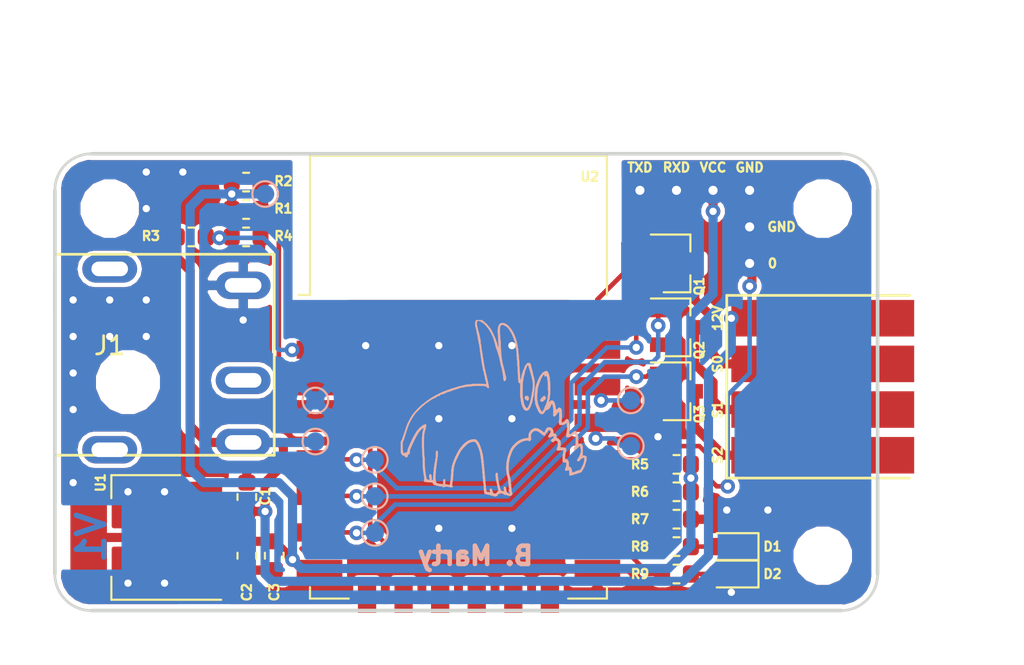
<source format=kicad_pcb>
(kicad_pcb (version 20171130) (host pcbnew 5.1.10)
  (layers (0 F.Cu signal) (31 B.Cu signal) (34 B.Paste user hide) (35 F.Paste user hide) (36 B.SilkS user) (37 F.SilkS user) (38 B.Mask user hide) (39 F.Mask user hide) (44 Edge.Cuts user))
  (net 0 "")
  (net 1 +12V)
  (net 2 GND)
  (net 3 "Net-(J2-Pad1)")
  (net 4 "Net-(J2-Pad2)")
  (net 5 +3V3)
  (net 6 SINK2)
  (net 7 SINK1)
  (net 8 SINK0)
  (net 9 PWM0)
  (net 10 "Net-(R1-Pad2)")
  (net 11 "Net-(R2-Pad2)")
  (net 12 PWM2)
  (net 13 PWM1)
  (net 14 "Net-(U2-Pad9)")
  (net 15 "Net-(U2-Pad10)")
  (net 16 "Net-(U2-Pad11)")
  (net 17 "Net-(U2-Pad12)")
  (net 18 "Net-(U2-Pad13)")
  (net 19 "Net-(U2-Pad14)")
  (net 20 ADC)
  (net 21 "Net-(J4-Pad1)")
  (net 22 "Net-(R6-Pad2)")
  (net 23 "Net-(R7-Pad2)")
  (net 24 "Net-(R9-Pad2)")
  (net 25 "Net-(D1-Pad2)")
  (net 26 "Net-(D2-Pad2)")
  (net 27 "Net-(TP1-Pad1)")
  (net 28 "Net-(TP2-Pad1)")
  (net 29 "Net-(H1-Pad1)")
  (net 30 "Net-(H2-Pad1)")
  (net 31 "Net-(H3-Pad1)")
  (module RF_Module:ESP-12E (layer F.Cu) (at 117.075001 71.225001)
    (fp_text reference U2 (at 7.174999 -10.975001) (layer F.SilkS) (effects (font (size 0.5 0.5) (thickness 0.125))))
    (fp_text value ESP-12E)
    (pad 1 smd rect (at -7.6 -3.5) (size 2.5 1) (layers F.Cu F.Paste F.Mask) (net 11 "Net-(R2-Pad2)"))
    (pad 2 smd rect (at -7.6 -1.5) (size 2.5 1) (layers F.Cu F.Paste F.Mask) (net 20 ADC))
    (pad 3 smd rect (at -7.6 0.5) (size 2.5 1) (layers F.Cu F.Paste F.Mask) (net 10 "Net-(R1-Pad2)"))
    (pad 4 smd rect (at -7.6 2.5) (size 2.5 1) (layers F.Cu F.Paste F.Mask) (net 24 "Net-(R9-Pad2)"))
    (pad 5 smd rect (at -7.6 4.5) (size 2.5 1) (layers F.Cu F.Paste F.Mask) (net 9 PWM0))
    (pad 6 smd rect (at -7.6 6.5) (size 2.5 1) (layers F.Cu F.Paste F.Mask) (net 13 PWM1))
    (pad 7 smd rect (at -7.6 8.5) (size 2.5 1) (layers F.Cu F.Paste F.Mask) (net 12 PWM2))
    (pad 8 smd rect (at -7.6 10.5) (size 2.5 1) (layers F.Cu F.Paste F.Mask) (net 5 +3V3))
    (pad 9 smd rect (at -5 12) (size 1 1.8) (layers F.Cu F.Paste F.Mask) (net 14 "Net-(U2-Pad9)"))
    (pad 10 smd rect (at -3 12) (size 1 1.8) (layers F.Cu F.Paste F.Mask) (net 15 "Net-(U2-Pad10)"))
    (pad 11 smd rect (at -1 12) (size 1 1.8) (layers F.Cu F.Paste F.Mask) (net 16 "Net-(U2-Pad11)"))
    (pad 12 smd rect (at 1 12) (size 1 1.8) (layers F.Cu F.Paste F.Mask) (net 17 "Net-(U2-Pad12)"))
    (pad 13 smd rect (at 3 12) (size 1 1.8) (layers F.Cu F.Paste F.Mask) (net 18 "Net-(U2-Pad13)"))
    (pad 14 smd rect (at 5 12) (size 1 1.8) (layers F.Cu F.Paste F.Mask) (net 19 "Net-(U2-Pad14)"))
    (pad 15 smd rect (at 7.6 10.5) (size 2.5 1) (layers F.Cu F.Paste F.Mask) (net 2 GND))
    (pad 16 smd rect (at 7.6 8.5) (size 2.5 1) (layers F.Cu F.Paste F.Mask) (net 23 "Net-(R7-Pad2)"))
    (pad 17 smd rect (at 7.6 6.5) (size 2.5 1) (layers F.Cu F.Paste F.Mask) (net 22 "Net-(R6-Pad2)"))
    (pad 18 smd rect (at 7.6 4.5) (size 2.5 1) (layers F.Cu F.Paste F.Mask) (net 21 "Net-(J4-Pad1)"))
    (pad 19 smd rect (at 7.6 2.5) (size 2.5 1) (layers F.Cu F.Paste F.Mask) (net 27 "Net-(TP1-Pad1)"))
    (pad 20 smd rect (at 7.6 0.5) (size 2.5 1) (layers F.Cu F.Paste F.Mask) (net 28 "Net-(TP2-Pad1)"))
    (pad 21 smd rect (at 7.6 -1.5) (size 2.5 1) (layers F.Cu F.Paste F.Mask) (net 4 "Net-(J2-Pad2)"))
    (pad 22 smd rect (at 7.6 -3.5) (size 2.5 1) (layers F.Cu F.Paste F.Mask) (net 3 "Net-(J2-Pad1)"))
  )
  (module ottifant:ottifant (layer B.Cu) (at 119 73 180)
    (fp_text reference G*** hide)
    (fp_text value LOGO hide)
  )
  (module pj-051b:pj-051b (layer F.Cu) (at 95 71.5)
    (fp_text reference J1 (at 3 -2) (layer F.SilkS))
    (fp_text value Jack-DC)
    (pad 1 thru_hole oval (at 10.3 3.3) (size 3 1.5) (drill oval 2 0.8) (layers *.Cu *.Mask) (net 1 +12V))
    (pad 2 thru_hole oval (at 10.3 -5.3) (size 3 1.5) (drill oval 2 0.8) (layers *.Cu *.Mask) (net 2 GND))
    (pad 3 thru_hole oval (at 10.3 -0.1) (size 3 1.5) (drill oval 2 0.8) (layers *.Cu *.Mask))
    (pad "" thru_hole oval (at 3 -6.2) (size 3 1.5) (drill oval 2 0.8) (layers *.Cu *.Mask))
    (pad "" thru_hole oval (at 3 3.7) (size 3 1.5) (drill oval 2 0.8) (layers *.Cu *.Mask))
  )
  (module Package_TO_SOT_SMD:SOT-23 (layer F.Cu) (at 129 65)
    (fp_text reference Q1 (at 1.25 1.25 90) (layer F.SilkS) (effects (font (size 0.5 0.5) (thickness 0.125))))
    (fp_text value AO3420)
    (pad 1 smd rect (at -1 -0.95) (size 0.9 0.8) (layers F.Cu F.Paste F.Mask) (net 9 PWM0))
    (pad 2 smd rect (at -1 0.95) (size 0.9 0.8) (layers F.Cu F.Paste F.Mask) (net 2 GND))
    (pad 3 smd rect (at 1 0) (size 0.9 0.8) (layers F.Cu F.Paste F.Mask) (net 8 SINK0))
  )
  (module Package_TO_SOT_SMD:SOT-23 (layer F.Cu) (at 129 68.5)
    (fp_text reference Q2 (at 1.25 1.25 90) (layer F.SilkS) (effects (font (size 0.5 0.5) (thickness 0.125))))
    (fp_text value AO3420)
    (pad 3 smd rect (at 1 0) (size 0.9 0.8) (layers F.Cu F.Paste F.Mask) (net 7 SINK1))
    (pad 2 smd rect (at -1 0.95) (size 0.9 0.8) (layers F.Cu F.Paste F.Mask) (net 2 GND))
    (pad 1 smd rect (at -1 -0.95) (size 0.9 0.8) (layers F.Cu F.Paste F.Mask) (net 13 PWM1))
  )
  (module Package_TO_SOT_SMD:SOT-23 (layer F.Cu) (at 129 72)
    (fp_text reference Q3 (at 1.25 1.25 90) (layer F.SilkS) (effects (font (size 0.5 0.5) (thickness 0.125))))
    (fp_text value AO3420)
    (pad 1 smd rect (at -1 -0.95) (size 0.9 0.8) (layers F.Cu F.Paste F.Mask) (net 12 PWM2))
    (pad 2 smd rect (at -1 0.95) (size 0.9 0.8) (layers F.Cu F.Paste F.Mask) (net 2 GND))
    (pad 3 smd rect (at 1 0) (size 0.9 0.8) (layers F.Cu F.Paste F.Mask) (net 6 SINK2))
  )
  (module Resistor_SMD:R_0603_1608Metric (layer F.Cu) (at 105.4625 62.05)
    (fp_text reference R1 (at 2.0375 -0.05) (layer F.SilkS) (effects (font (size 0.5 0.5) (thickness 0.125))))
    (fp_text value 10k)
    (pad 2 smd roundrect (at 0.7875 0) (size 0.875 0.95) (layers F.Cu F.Paste F.Mask) (net 10 "Net-(R1-Pad2)"))
    (pad 1 smd roundrect (at -0.7875 0) (size 0.875 0.95) (layers F.Cu F.Paste F.Mask) (net 5 +3V3))
  )
  (module Resistor_SMD:R_0603_1608Metric (layer F.Cu) (at 105.4625 60.55)
    (fp_text reference R2 (at 2.0375 -0.05) (layer F.SilkS) (effects (font (size 0.5 0.5) (thickness 0.125))))
    (fp_text value 10k)
    (pad 1 smd roundrect (at -0.7875 0) (size 0.875 0.95) (layers F.Cu F.Paste F.Mask) (net 5 +3V3))
    (pad 2 smd roundrect (at 0.7875 0) (size 0.875 0.95) (layers F.Cu F.Paste F.Mask) (net 11 "Net-(R2-Pad2)"))
  )
  (module Resistor_SMD:R_0603_1608Metric (layer F.Cu) (at 102.4625 63.55)
    (fp_text reference R3 (at -2.2125 -0.05) (layer F.SilkS) (effects (font (size 0.5 0.5) (thickness 0.125))))
    (fp_text value 100k)
    (pad 1 smd roundrect (at -0.7875 0) (size 0.875 0.95) (layers F.Cu F.Paste F.Mask) (net 1 +12V))
    (pad 2 smd roundrect (at 0.7875 0) (size 0.875 0.95) (layers F.Cu F.Paste F.Mask) (net 20 ADC))
  )
  (module Resistor_SMD:R_0603_1608Metric (layer F.Cu) (at 105.4625 63.55)
    (fp_text reference R4 (at 2.0375 -0.05) (layer F.SilkS) (effects (font (size 0.5 0.5) (thickness 0.125))))
    (fp_text value 1k)
    (pad 2 smd roundrect (at 0.7875 0) (size 0.875 0.95) (layers F.Cu F.Paste F.Mask) (net 2 GND))
    (pad 1 smd roundrect (at -0.7875 0) (size 0.875 0.95) (layers F.Cu F.Paste F.Mask) (net 20 ADC))
  )
  (module Resistor_SMD:R_0603_1608Metric (layer F.Cu) (at 129 76)
    (fp_text reference R5 (at -2 0) (layer F.SilkS) (effects (font (size 0.5 0.5) (thickness 0.125))))
    (fp_text value 10k)
    (pad 1 smd roundrect (at -0.7875 0) (size 0.875 0.95) (layers F.Cu F.Paste F.Mask) (net 21 "Net-(J4-Pad1)"))
    (pad 2 smd roundrect (at 0.7875 0) (size 0.875 0.95) (layers F.Cu F.Paste F.Mask) (net 5 +3V3))
  )
  (module Resistor_SMD:R_0603_1608Metric (layer F.Cu) (at 129 77.5 180)
    (fp_text reference R6 (at 2 0 180) (layer F.SilkS) (effects (font (size 0.5 0.5) (thickness 0.125))))
    (fp_text value 10k)
    (pad 2 smd roundrect (at 0.7875 0 180) (size 0.875 0.95) (layers F.Cu F.Paste F.Mask) (net 22 "Net-(R6-Pad2)"))
    (pad 1 smd roundrect (at -0.7875 0 180) (size 0.875 0.95) (layers F.Cu F.Paste F.Mask) (net 5 +3V3))
  )
  (module Resistor_SMD:R_0603_1608Metric (layer F.Cu) (at 129 79 180)
    (fp_text reference R7 (at 2 0 180) (layer F.SilkS) (effects (font (size 0.5 0.5) (thickness 0.125))))
    (fp_text value 10k)
    (pad 1 smd roundrect (at -0.7875 0 180) (size 0.875 0.95) (layers F.Cu F.Paste F.Mask) (net 2 GND))
    (pad 2 smd roundrect (at 0.7875 0 180) (size 0.875 0.95) (layers F.Cu F.Paste F.Mask) (net 23 "Net-(R7-Pad2)"))
  )
  (module Package_TO_SOT_SMD:SOT-223-3_TabPin2 (layer F.Cu) (at 100 80 180)
    (fp_text reference U1 (at 2.5 3 270) (layer F.SilkS) (effects (font (size 0.5 0.5) (thickness 0.125))))
    (fp_text value AMS1117-3.3)
    (pad 2 smd rect (at 3.15 0 180) (size 2 3.8) (layers F.Cu F.Paste F.Mask) (net 5 +3V3))
    (pad 2 smd rect (at -3.15 0 180) (size 2 1.5) (layers F.Cu F.Paste F.Mask) (net 5 +3V3))
    (pad 3 smd rect (at -3.15 2.3 180) (size 2 1.5) (layers F.Cu F.Paste F.Mask) (net 1 +12V))
    (pad 1 smd rect (at -3.15 -2.3 180) (size 2 1.5) (layers F.Cu F.Paste F.Mask) (net 2 GND))
  )
  (module Capacitor_SMD:C_0603_1608Metric (layer F.Cu) (at 105.5 77.7875 90)
    (fp_text reference C1 (at 0.0375 1 90) (layer F.SilkS) (effects (font (size 0.5 0.5) (thickness 0.125))))
    (fp_text value 100nF)
    (pad 2 smd roundrect (at 0.7875 0 90) (size 0.875 0.95) (layers F.Cu F.Paste F.Mask) (net 2 GND))
    (pad 1 smd roundrect (at -0.7875 0 90) (size 0.875 0.95) (layers F.Cu F.Paste F.Mask) (net 1 +12V))
  )
  (module Capacitor_SMD:C_0603_1608Metric (layer F.Cu) (at 105.5 81 270)
    (fp_text reference C2 (at 2 0 270) (layer F.SilkS) (effects (font (size 0.5 0.5) (thickness 0.125))))
    (fp_text value 100nF)
    (pad 1 smd roundrect (at -0.7875 0 270) (size 0.875 0.95) (layers F.Cu F.Paste F.Mask) (net 5 +3V3))
    (pad 2 smd roundrect (at 0.7875 0 270) (size 0.875 0.95) (layers F.Cu F.Paste F.Mask) (net 2 GND))
  )
  (module Capacitor_SMD:C_0603_1608Metric (layer F.Cu) (at 107 81 270)
    (fp_text reference C3 (at 2 0 270) (layer F.SilkS) (effects (font (size 0.5 0.5) (thickness 0.125))))
    (fp_text value 1uF)
    (pad 2 smd roundrect (at 0.7875 0 270) (size 0.875 0.95) (layers F.Cu F.Paste F.Mask) (net 2 GND))
    (pad 1 smd roundrect (at -0.7875 0 270) (size 0.875 0.95) (layers F.Cu F.Paste F.Mask) (net 5 +3V3))
  )
  (module prog_header:prog_header (layer F.Cu) (at 127 61 90)
    (fp_text reference J2 hide)
    (fp_text value Conn_01x04 hide)
    (pad 4 thru_hole oval (at 0 6 90) (size 1.5 1.5) (drill 0.5) (layers F.Cu F.Mask) (net 2 GND))
    (pad 3 thru_hole oval (at 0 4 90) (size 1.5 1.5) (drill 0.5) (layers F.Cu F.Mask) (net 5 +3V3))
    (pad 2 thru_hole oval (at 0 2 90) (size 1.5 1.5) (drill 0.5) (layers F.Cu F.Mask) (net 4 "Net-(J2-Pad2)"))
    (pad 1 thru_hole oval (at 0 0 90) (size 1.5 1.5) (drill 0.5) (layers F.Cu F.Mask) (net 3 "Net-(J2-Pad1)"))
  )
  (module prog_header:prog_boot_header (layer F.Cu) (at 133 65 180)
    (fp_text reference J4 hide)
    (fp_text value Conn_01x02 hide)
    (pad 2 thru_hole oval (at 0 2 180) (size 1.5 1.5) (drill 0.5) (layers F.Cu F.Mask) (net 2 GND))
    (pad 1 thru_hole oval (at 0 0 180) (size 1.5 1.5) (drill 0.5) (layers F.Cu F.Mask) (net 21 "Net-(J4-Pad1)"))
  )
  (module LED_SMD:LED_0603_1608Metric (layer F.Cu) (at 132 80.5 180)
    (fp_text reference D1 (at -2.25 0 180) (layer F.SilkS) (effects (font (size 0.5 0.5) (thickness 0.125))))
    (fp_text value LED)
    (pad 1 smd roundrect (at -0.7875 0 180) (size 0.875 0.95) (layers F.Cu F.Paste F.Mask) (net 2 GND))
    (pad 2 smd roundrect (at 0.7875 0 180) (size 0.875 0.95) (layers F.Cu F.Paste F.Mask) (net 25 "Net-(D1-Pad2)"))
  )
  (module LED_SMD:LED_0603_1608Metric (layer F.Cu) (at 132 82 180)
    (fp_text reference D2 (at -2.25 0 180) (layer F.SilkS) (effects (font (size 0.5 0.5) (thickness 0.125))))
    (fp_text value LED)
    (pad 2 smd roundrect (at 0.7875 0 180) (size 0.875 0.95) (layers F.Cu F.Paste F.Mask) (net 26 "Net-(D2-Pad2)"))
    (pad 1 smd roundrect (at -0.7875 0 180) (size 0.875 0.95) (layers F.Cu F.Paste F.Mask) (net 2 GND))
  )
  (module Resistor_SMD:R_0603_1608Metric (layer F.Cu) (at 129 80.5 180)
    (fp_text reference R8 (at 2 0 180) (layer F.SilkS) (effects (font (size 0.5 0.5) (thickness 0.125))))
    (fp_text value 1k)
    (pad 1 smd roundrect (at -0.7875 0 180) (size 0.875 0.95) (layers F.Cu F.Paste F.Mask) (net 25 "Net-(D1-Pad2)"))
    (pad 2 smd roundrect (at 0.7875 0 180) (size 0.875 0.95) (layers F.Cu F.Paste F.Mask) (net 23 "Net-(R7-Pad2)"))
  )
  (module Resistor_SMD:R_0603_1608Metric (layer F.Cu) (at 129 82 180)
    (fp_text reference R9 (at 2 0 180) (layer F.SilkS) (effects (font (size 0.5 0.5) (thickness 0.125))))
    (fp_text value 1k)
    (pad 2 smd roundrect (at 0.7875 0 180) (size 0.875 0.95) (layers F.Cu F.Paste F.Mask) (net 24 "Net-(R9-Pad2)"))
    (pad 1 smd roundrect (at -0.7875 0 180) (size 0.875 0.95) (layers F.Cu F.Paste F.Mask) (net 26 "Net-(D2-Pad2)"))
  )
  (module TestPoint:TestPoint_Pad_D1.0mm (layer B.Cu) (at 126.5 75 180)
    (fp_text reference TP1 hide)
    (fp_text value TestPoint)
    (pad 1 smd circle (at 0 0 180) (size 1 1) (layers B.Cu B.Mask) (net 27 "Net-(TP1-Pad1)"))
  )
  (module TestPoint:TestPoint_Pad_D1.0mm (layer B.Cu) (at 126.5 72.5 180)
    (fp_text reference TP2 hide)
    (fp_text value TestPoint)
    (pad 1 smd circle (at 0 0 180) (size 1 1) (layers B.Cu B.Mask) (net 28 "Net-(TP2-Pad1)"))
  )
  (module TestPoint:TestPoint_Pad_D1.0mm (layer B.Cu) (at 112.5 77.75)
    (fp_text reference TP3 hide)
    (fp_text value TestPoint)
    (pad 1 smd circle (at 0 0) (size 1 1) (layers B.Cu B.Mask) (net 13 PWM1))
  )
  (module TestPoint:TestPoint_Pad_D1.0mm (layer B.Cu) (at 112.5 79.75)
    (fp_text reference TP4 hide)
    (fp_text value TestPoint)
    (pad 1 smd circle (at 0 0) (size 1 1) (layers B.Cu B.Mask) (net 12 PWM2))
  )
  (module TestPoint:TestPoint_Pad_D1.0mm (layer B.Cu) (at 112.5 75.75)
    (fp_text reference TP5 hide)
    (fp_text value TestPoint)
    (pad 1 smd circle (at 0 0) (size 1 1) (layers B.Cu B.Mask) (net 9 PWM0))
  )
  (module MountingHole:MountingHole_2.7mm_M2.5 (layer F.Cu) (at 98 62)
    (fp_text reference H1 hide)
    (fp_text value MountingHole_Pad)
    (pad 1 np_thru_hole circle (at 0 0) (size 2.7 2.7) (drill 2.7) (layers *.Cu *.Mask) (net 29 "Net-(H1-Pad1)"))
  )
  (module TestPoint:TestPoint_Pad_D1.0mm (layer B.Cu) (at 109.25 74.75)
    (fp_text reference TP6 hide)
    (fp_text value TestPoint)
    (pad 1 smd circle (at 0 0) (size 1 1) (layers B.Cu B.Mask) (net 1 +12V))
  )
  (module TestPoint:TestPoint_Pad_D1.0mm (layer B.Cu) (at 106.5 61.2)
    (fp_text reference TP7 hide)
    (fp_text value TestPoint)
    (pad 1 smd circle (at 0 0) (size 1 1) (layers B.Cu B.Mask) (net 5 +3V3))
  )
  (module TestPoint:TestPoint_Pad_D1.0mm (layer B.Cu) (at 109.25 72.5)
    (fp_text reference TP8 hide)
    (fp_text value TestPoint)
    (pad 1 smd circle (at 0 0) (size 1 1) (layers B.Cu B.Mask) (net 2 GND))
  )
  (module ottifant:ottifant (layer F.Cu) (at 144 52)
    (fp_text reference G*** hide)
    (fp_text value LOGO hide)
  )
  (module strip_header:strip_header (layer F.Cu) (at 136.75 71.75)
    (fp_text reference J3 hide)
    (fp_text value Conn_01x04 hide)
    (pad 1 smd rect (at 0.25 -3.75) (size 10 2) (layers F.Cu F.Paste F.Mask) (net 1 +12V))
    (pad 2 smd rect (at 0.25 -1.25) (size 10 2) (layers F.Cu F.Paste F.Mask) (net 8 SINK0))
    (pad 3 smd rect (at 0.25 1.25) (size 10 2) (layers F.Cu F.Paste F.Mask) (net 7 SINK1))
    (pad 4 smd rect (at 0.25 3.75) (size 10 2) (layers F.Cu F.Paste F.Mask) (net 6 SINK2))
  )
  (module MountingHole:MountingHole_2.7mm_M2.5 (layer F.Cu) (at 137 62)
    (fp_text reference H2 hide)
    (fp_text value MountingHole_Pad)
    (pad 1 np_thru_hole circle (at 0 0) (size 2.7 2.7) (drill 2.7) (layers *.Cu *.Mask) (net 30 "Net-(H2-Pad1)"))
  )
  (module MountingHole:MountingHole_2.7mm_M2.5 (layer F.Cu) (at 137 81)
    (fp_text reference H3 hide)
    (fp_text value MountingHole_Pad)
    (pad 1 np_thru_hole circle (at 0 0) (size 2.7 2.7) (drill 2.7) (layers *.Cu *.Mask) (net 31 "Net-(H3-Pad1)"))
  )
  (gr_text "B. Marty" (at 118 81) (layer B.SilkS) (effects (font (size 1 1) (thickness 0.25)) (justify mirror)))
  (gr_text V1 (at 97 80 90) (layer B.Cu) (effects (font (size 1.5 1.5) (thickness 0.3)) (justify mirror)))
  (gr_text S2 (at 131.25 75.5 90) (layer F.SilkS) (effects (font (size 0.5 0.5) (thickness 0.125))))
  (gr_text S1 (at 131.25 73 90) (layer F.SilkS) (effects (font (size 0.5 0.5) (thickness 0.125))))
  (gr_text S0 (at 131.25 70.5 90) (layer F.SilkS) (effects (font (size 0.5 0.5) (thickness 0.125))))
  (gr_text 12V (at 131.25 68 90) (layer F.SilkS) (effects (font (size 0.5 0.5) (thickness 0.125))))
  (gr_text GND (at 134.75 63) (layer F.SilkS) (effects (font (size 0.5 0.5) (thickness 0.125))))
  (gr_text 0 (at 134.25 65) (layer F.SilkS) (effects (font (size 0.5 0.5) (thickness 0.125))))
  (gr_text GND (at 133 59.75) (layer F.SilkS) (effects (font (size 0.5 0.5) (thickness 0.125))))
  (gr_text VCC (at 131 59.75) (layer F.SilkS) (effects (font (size 0.5 0.5) (thickness 0.125))))
  (gr_text RXD (at 129 59.75) (layer F.SilkS) (effects (font (size 0.5 0.5) (thickness 0.125))))
  (gr_text TXD (at 127 59.75) (layer F.SilkS) (effects (font (size 0.5 0.5) (thickness 0.125))))
  (gr_arc (start 138 61) (end 140 61) (angle -90) (layer Edge.Cuts) (width 0.15))
  (gr_arc (start 138 82) (end 138 84) (angle -90) (layer Edge.Cuts) (width 0.15))
  (gr_arc (start 97 82) (end 95 82) (angle -90) (layer Edge.Cuts) (width 0.15))
  (gr_arc (start 97 61) (end 97 59) (angle -90) (layer Edge.Cuts) (width 0.15))
  (gr_line (start 95 82) (end 95 61) (layer Edge.Cuts) (width 0.2))
  (gr_line (start 138 84) (end 97 84) (layer Edge.Cuts) (width 0.2))
  (gr_line (start 140 61) (end 140 82) (layer Edge.Cuts) (width 0.2))
  (gr_line (start 97 59) (end 138 59) (layer Edge.Cuts) (width 0.2))
  (segment (start 105.3 74.8) (end 105.3 75.2) (width 0.5) (layer F.Cu) (net 1))
  (segment (start 105.2 74.8) (end 105.3 74.8) (width 0.5) (layer F.Cu) (net 1))
  (segment (start 103.95 77.7) (end 103.15 77.7) (width 0.5) (layer F.Cu) (net 1))
  (segment (start 105.5 78.575) (end 104.825 78.575) (width 0.5) (layer F.Cu) (net 1))
  (segment (start 104.825 78.575) (end 103.95 77.7) (width 0.5) (layer F.Cu) (net 1))
  (segment (start 109.2 74.8) (end 109.25 74.75) (width 0.5) (layer B.Cu) (net 1))
  (segment (start 105.3 74.8) (end 109.2 74.8) (width 0.5) (layer B.Cu) (net 1))
  (segment (start 107.3 74.8) (end 107.5 75) (width 0.5) (layer F.Cu) (net 1))
  (segment (start 105.3 74.8) (end 107.3 74.8) (width 0.5) (layer F.Cu) (net 1))
  (segment (start 103.3 74.8) (end 102.4 73.9) (width 0.5) (layer F.Cu) (net 1))
  (segment (start 105.3 74.8) (end 103.3 74.8) (width 0.5) (layer F.Cu) (net 1))
  (segment (start 101.675 64.675) (end 102.4 65.4) (width 0.5) (layer F.Cu) (net 1))
  (segment (start 101.675 63.55) (end 101.675 64.675) (width 0.5) (layer F.Cu) (net 1))
  (segment (start 102.4 73.9) (end 102.4 65.4) (width 0.5) (layer F.Cu) (net 1))
  (segment (start 105.5 78.575) (end 106.5 78.575) (width 0.5) (layer F.Cu) (net 1))
  (via (at 106.5 78.575) (size 0.8) (drill 0.4) (layers F.Cu B.Cu) (net 1))
  (segment (start 106.5 78.575) (end 106.5 82) (width 0.5) (layer B.Cu) (net 1))
  (segment (start 106.90002 82.40002) (end 129.34998 82.40002) (width 0.5) (layer B.Cu) (net 1))
  (segment (start 106.5 82) (end 106.90002 82.40002) (width 0.5) (layer B.Cu) (net 1))
  (segment (start 129.34998 82.40002) (end 130.75 81) (width 0.5) (layer B.Cu) (net 1))
  (segment (start 106.5 77) (end 107.5 76) (width 0.5) (layer F.Cu) (net 1))
  (segment (start 106.5 78.575) (end 106.5 77) (width 0.5) (layer F.Cu) (net 1))
  (segment (start 107.5 75) (end 107.5 76) (width 0.5) (layer F.Cu) (net 1))
  (segment (start 137 68) (end 132 68) (width 0.5) (layer F.Cu) (net 1))
  (via (at 132 68) (size 0.8) (drill 0.4) (layers F.Cu B.Cu) (net 1))
  (segment (start 132 69.75) (end 130.75 71) (width 0.5) (layer B.Cu) (net 1))
  (segment (start 132 68) (end 132 69.75) (width 0.5) (layer B.Cu) (net 1))
  (segment (start 130.75 81) (end 130.75 71) (width 0.5) (layer B.Cu) (net 1))
  (segment (start 132.7875 80.5) (end 132.7875 82) (width 0.5) (layer F.Cu) (net 2))
  (segment (start 129.7875 79) (end 132 79) (width 0.5) (layer F.Cu) (net 2))
  (segment (start 132.7875 79.7875) (end 132 79) (width 0.5) (layer F.Cu) (net 2))
  (segment (start 132.7875 80.5) (end 132.7875 79.7875) (width 0.5) (layer F.Cu) (net 2))
  (segment (start 133 61) (end 133 63) (width 0.5) (layer F.Cu) (net 2))
  (segment (start 105.5 81.7875) (end 107 81.7875) (width 0.5) (layer F.Cu) (net 2))
  (segment (start 103.15 82.3) (end 104.2 82.3) (width 0.5) (layer F.Cu) (net 2))
  (segment (start 104.925 81.7875) (end 104.75 81.9625) (width 0.5) (layer F.Cu) (net 2))
  (segment (start 105.5 81.7875) (end 104.925 81.7875) (width 0.5) (layer F.Cu) (net 2))
  (segment (start 104.65 82.3) (end 103.15 82.3) (width 0.5) (layer F.Cu) (net 2))
  (segment (start 104.75 82.2) (end 104.65 82.3) (width 0.5) (layer F.Cu) (net 2))
  (segment (start 104.75 81.9625) (end 104.75 82.2) (width 0.5) (layer F.Cu) (net 2))
  (segment (start 105.3 66.2) (end 105.3 64.95) (width 0.5) (layer F.Cu) (net 2))
  (segment (start 106.25 64) (end 105.3 64.95) (width 0.5) (layer F.Cu) (net 2))
  (segment (start 106.25 63.25) (end 106.25 64) (width 0.5) (layer F.Cu) (net 2))
  (segment (start 132.7875 82.575) (end 132.1125 83.25) (width 0.5) (layer F.Cu) (net 2))
  (segment (start 132.7875 82) (end 132.7875 82.575) (width 0.5) (layer F.Cu) (net 2))
  (segment (start 132.1125 83.25) (end 127.5 83.25) (width 0.5) (layer F.Cu) (net 2))
  (segment (start 127.5 83.25) (end 126.75 82.5) (width 0.5) (layer F.Cu) (net 2))
  (segment (start 126.75 82.5) (end 126.75 82.063186) (width 0.5) (layer F.Cu) (net 2))
  (segment (start 126.411815 81.725001) (end 126.75 82.063186) (width 0.5) (layer F.Cu) (net 2))
  (segment (start 124.675001 81.725001) (end 126.411815 81.725001) (width 0.5) (layer F.Cu) (net 2))
  (segment (start 128 65.95) (end 128.060002 65.95) (width 0.5) (layer F.Cu) (net 2))
  (segment (start 133 63) (end 129.75 63) (width 0.5) (layer F.Cu) (net 2))
  (segment (start 129 63.75) (end 129.7 63.05) (width 0.5) (layer F.Cu) (net 2))
  (segment (start 128.55 72.95) (end 129 72.5) (width 0.5) (layer F.Cu) (net 2))
  (segment (start 128 72.95) (end 128.55 72.95) (width 0.5) (layer F.Cu) (net 2))
  (segment (start 129.75 63) (end 129.7 63.05) (width 0.5) (layer F.Cu) (net 2))
  (segment (start 128.95 65.95) (end 129 66) (width 0.5) (layer F.Cu) (net 2))
  (segment (start 128 65.95) (end 128.95 65.95) (width 0.5) (layer F.Cu) (net 2))
  (segment (start 129 66) (end 129 63.75) (width 0.5) (layer F.Cu) (net 2))
  (segment (start 128.95 69.45) (end 129 69.5) (width 0.5) (layer F.Cu) (net 2))
  (segment (start 128 69.45) (end 128.95 69.45) (width 0.5) (layer F.Cu) (net 2))
  (segment (start 129 72.5) (end 129 69.5) (width 0.5) (layer F.Cu) (net 2))
  (segment (start 129 69.5) (end 129 66) (width 0.5) (layer F.Cu) (net 2))
  (via (at 100 60) (size 0.8) (drill 0.4) (layers F.Cu B.Cu) (net 2))
  (segment (start 105.3 66.2) (end 105.3 68.1) (width 0.5) (layer F.Cu) (net 2))
  (via (at 102 60) (size 0.8) (drill 0.4) (layers F.Cu B.Cu) (net 2))
  (via (at 134 78.5) (size 0.8) (drill 0.4) (layers F.Cu B.Cu) (net 2))
  (via (at 100 62) (size 0.8) (drill 0.4) (layers F.Cu B.Cu) (net 2))
  (via (at 105.3 68.1) (size 0.8) (drill 0.4) (layers F.Cu B.Cu) (net 2))
  (via (at 101 77.5) (size 0.8) (drill 0.4) (layers F.Cu B.Cu) (net 2))
  (via (at 101 82.5) (size 0.8) (drill 0.4) (layers F.Cu B.Cu) (net 2))
  (via (at 99 82.5) (size 0.8) (drill 0.4) (layers F.Cu B.Cu) (net 2))
  (via (at 99 77.5) (size 0.8) (drill 0.4) (layers F.Cu B.Cu) (net 2))
  (via (at 116 73.5) (size 0.8) (drill 0.4) (layers F.Cu B.Cu) (net 2))
  (via (at 120 69.5) (size 0.8) (drill 0.4) (layers F.Cu B.Cu) (net 2))
  (via (at 116 69.5) (size 0.8) (drill 0.4) (layers F.Cu B.Cu) (net 2))
  (via (at 112 69.5) (size 0.8) (drill 0.4) (layers F.Cu B.Cu) (net 2))
  (via (at 132 83) (size 0.8) (drill 0.4) (layers F.Cu B.Cu) (net 2))
  (via (at 96 67) (size 0.8) (drill 0.4) (layers F.Cu B.Cu) (net 2))
  (via (at 96 69) (size 0.8) (drill 0.4) (layers F.Cu B.Cu) (net 2))
  (via (at 96 71) (size 0.8) (drill 0.4) (layers F.Cu B.Cu) (net 2))
  (via (at 96 73) (size 0.8) (drill 0.4) (layers F.Cu B.Cu) (net 2))
  (via (at 96 77) (size 0.8) (drill 0.4) (layers F.Cu B.Cu) (net 2))
  (via (at 98 69) (size 0.8) (drill 0.4) (layers F.Cu B.Cu) (net 2))
  (via (at 98 67) (size 0.8) (drill 0.4) (layers F.Cu B.Cu) (net 2))
  (via (at 100 67) (size 0.8) (drill 0.4) (layers F.Cu B.Cu) (net 2))
  (via (at 100 69) (size 0.8) (drill 0.4) (layers F.Cu B.Cu) (net 2))
  (via (at 120 73.5) (size 0.8) (drill 0.4) (layers F.Cu B.Cu) (net 2))
  (via (at 120 79.5) (size 0.8) (drill 0.4) (layers F.Cu B.Cu) (net 2))
  (via (at 116 79.5) (size 0.8) (drill 0.4) (layers F.Cu B.Cu) (net 2))
  (via (at 131.75 78.5) (size 0.8) (drill 0.4) (layers F.Cu B.Cu) (net 2))
  (via (at 127.987347 74.487347) (size 0.8) (drill 0.4) (layers F.Cu B.Cu) (net 2))
  (segment (start 128 72.95) (end 128 74.474694) (width 0.5) (layer F.Cu) (net 2))
  (segment (start 128 74.474694) (end 127.987347 74.487347) (width 0.5) (layer F.Cu) (net 2))
  (segment (start 124.675001 66.975001) (end 124.675001 67.725001) (width 0.25) (layer F.Cu) (net 3))
  (segment (start 127 61) (end 127 62.9) (width 0.25) (layer F.Cu) (net 3))
  (segment (start 124.675001 66.975001) (end 125.99998 65.650022) (width 0.25) (layer F.Cu) (net 3))
  (segment (start 125.8 65.850002) (end 124.675001 66.975001) (width 0.25) (layer F.Cu) (net 3))
  (segment (start 126.1 65.550002) (end 125.8 65.850002) (width 0.25) (layer F.Cu) (net 3))
  (segment (start 127 61) (end 127 63) (width 0.25) (layer F.Cu) (net 3))
  (segment (start 126.1 63.9) (end 126.1 65.550002) (width 0.25) (layer F.Cu) (net 3))
  (segment (start 127 63) (end 126.1 63.9) (width 0.25) (layer F.Cu) (net 3))
  (segment (start 129 61) (end 129 61.7) (width 0.25) (layer F.Cu) (net 4))
  (segment (start 124.675001 68.975001) (end 124.675001 69.725001) (width 0.25) (layer F.Cu) (net 4))
  (segment (start 124.950002 68.7) (end 124.675001 68.975001) (width 0.25) (layer F.Cu) (net 4))
  (segment (start 126.2 68.7) (end 124.950002 68.7) (width 0.25) (layer F.Cu) (net 4))
  (segment (start 126.44999 68.45001) (end 126.2 68.7) (width 0.25) (layer F.Cu) (net 4))
  (segment (start 126.64999 68.25001) (end 126.64999 64.05001) (width 0.25) (layer F.Cu) (net 4))
  (segment (start 126.64999 64.05001) (end 127.2 63.5) (width 0.25) (layer F.Cu) (net 4))
  (segment (start 126.2 68.7) (end 126.64999 68.25001) (width 0.25) (layer F.Cu) (net 4))
  (segment (start 129 61.7) (end 127.2 63.5) (width 0.25) (layer F.Cu) (net 4))
  (segment (start 127.2 63.5) (end 126.8 63.9) (width 0.25) (layer F.Cu) (net 4))
  (segment (start 109.475001 81.725001) (end 108.475001 81.725001) (width 0.5) (layer F.Cu) (net 5))
  (segment (start 108.475001 81.725001) (end 108.475001 81.687501) (width 0.5) (layer F.Cu) (net 5))
  (segment (start 105.5 80.2125) (end 107 80.2125) (width 0.5) (layer F.Cu) (net 5))
  (segment (start 104.8625 80.2125) (end 105.5 80.2125) (width 0.5) (layer F.Cu) (net 5))
  (segment (start 103.15 80) (end 104.65 80) (width 0.5) (layer F.Cu) (net 5))
  (segment (start 104.65 80) (end 104.8625 80.2125) (width 0.5) (layer F.Cu) (net 5))
  (segment (start 100.950001 79.950001) (end 101 80) (width 0.5) (layer F.Cu) (net 5))
  (segment (start 97.85 80) (end 101 80) (width 0.5) (layer F.Cu) (net 5))
  (segment (start 101 80) (end 104.15 80) (width 0.5) (layer F.Cu) (net 5))
  (segment (start 108 81.2125) (end 107 80.2125) (width 0.5) (layer F.Cu) (net 5))
  (via (at 108 81.2125) (size 0.8) (drill 0.4) (layers F.Cu B.Cu) (net 5))
  (segment (start 108.475001 81.687501) (end 108 81.2125) (width 0.5) (layer F.Cu) (net 5))
  (via (at 129.7875 76.75) (size 0.8) (drill 0.4) (layers F.Cu B.Cu) (net 5))
  (segment (start 129.7875 77.5) (end 129.7875 76.75) (width 0.5) (layer F.Cu) (net 5))
  (segment (start 129.7875 76.75) (end 129.7875 76) (width 0.5) (layer F.Cu) (net 5))
  (segment (start 130.949999 62.200001) (end 131 62.15) (width 0.5) (layer B.Cu) (net 5))
  (via (at 131 62.15) (size 0.8) (drill 0.4) (layers F.Cu B.Cu) (net 5))
  (segment (start 131 62.15) (end 131 61) (width 0.5) (layer F.Cu) (net 5))
  (segment (start 131 64) (end 131 62.15) (width 0.5) (layer B.Cu) (net 5))
  (segment (start 131 66.658002) (end 131 64) (width 0.5) (layer B.Cu) (net 5))
  (segment (start 104.675 61.75) (end 104.675 61.4) (width 0.5) (layer F.Cu) (net 5))
  (via (at 104.675 61.2) (size 0.8) (drill 0.4) (layers F.Cu B.Cu) (net 5))
  (segment (start 104.675 60.55) (end 104.675 61.2) (width 0.5) (layer F.Cu) (net 5))
  (segment (start 104.675 61.4) (end 104.675 61.2) (width 0.5) (layer F.Cu) (net 5))
  (segment (start 104.675 61.2) (end 104.675 60.25) (width 0.5) (layer F.Cu) (net 5))
  (segment (start 104.675 61.2) (end 106.5 61.2) (width 0.5) (layer B.Cu) (net 5))
  (segment (start 129.7875 67.870502) (end 130.75 66.908002) (width 0.5) (layer B.Cu) (net 5))
  (segment (start 129.7875 76.75) (end 129.7875 67.870502) (width 0.5) (layer B.Cu) (net 5))
  (segment (start 130.4 67.258002) (end 130.75 66.908002) (width 0.5) (layer B.Cu) (net 5))
  (segment (start 130.75 66.908002) (end 131 66.658002) (width 0.5) (layer B.Cu) (net 5))
  (segment (start 108.48751 81.70001) (end 108 81.2125) (width 0.5) (layer B.Cu) (net 5))
  (segment (start 129.7875 80.4625) (end 128.54999 81.70001) (width 0.5) (layer B.Cu) (net 5))
  (segment (start 128.54999 81.70001) (end 108.48751 81.70001) (width 0.5) (layer B.Cu) (net 5))
  (segment (start 129.7875 76.75) (end 129.7875 80.4625) (width 0.5) (layer B.Cu) (net 5))
  (segment (start 108 77.75) (end 108 81.2125) (width 0.5) (layer B.Cu) (net 5))
  (segment (start 104.675 61.2) (end 103.1 61.2) (width 0.5) (layer B.Cu) (net 5))
  (segment (start 103.1 61.2) (end 102.4 61.9) (width 0.5) (layer B.Cu) (net 5))
  (segment (start 103.15 77) (end 107.25 77) (width 0.5) (layer B.Cu) (net 5))
  (segment (start 102.4 61.9) (end 102.4 76.25) (width 0.5) (layer B.Cu) (net 5))
  (segment (start 102.4 76.25) (end 103.15 77) (width 0.5) (layer B.Cu) (net 5))
  (segment (start 107.25 77) (end 108 77.75) (width 0.5) (layer B.Cu) (net 5))
  (segment (start 133 75.62) (end 132.37 75.62) (width 0.5) (layer F.Cu) (net 6))
  (segment (start 130 72.9) (end 130 72) (width 0.5) (layer F.Cu) (net 6))
  (segment (start 131.563186 75.5) (end 130 73.936814) (width 0.5) (layer F.Cu) (net 6))
  (segment (start 130 73.936814) (end 130 72.9) (width 0.5) (layer F.Cu) (net 6))
  (segment (start 136.2 75.5) (end 131.563186 75.5) (width 0.5) (layer F.Cu) (net 6))
  (segment (start 131.5 73) (end 131 72.5) (width 0.5) (layer F.Cu) (net 7))
  (segment (start 137 73) (end 131.5 73) (width 0.5) (layer F.Cu) (net 7))
  (segment (start 130 70.5) (end 131 71.5) (width 0.5) (layer F.Cu) (net 7))
  (segment (start 130 68.5) (end 130 70.5) (width 0.5) (layer F.Cu) (net 7))
  (segment (start 131 72.5) (end 131 71.5) (width 0.5) (layer F.Cu) (net 7))
  (segment (start 131.5 70.5) (end 131 70) (width 0.5) (layer F.Cu) (net 8))
  (segment (start 137 70.5) (end 131.5 70.5) (width 0.5) (layer F.Cu) (net 8))
  (segment (start 131 70) (end 131 68) (width 0.5) (layer F.Cu) (net 8))
  (segment (start 130 67) (end 130 65.5) (width 0.5) (layer F.Cu) (net 8))
  (segment (start 131 68) (end 130 67) (width 0.5) (layer F.Cu) (net 8))
  (segment (start 130 65.9) (end 130 65.5) (width 0.5) (layer F.Cu) (net 8))
  (segment (start 130 65.5) (end 130 65) (width 0.5) (layer F.Cu) (net 8))
  (via (at 111.5 75.75) (size 0.8) (drill 0.4) (layers F.Cu B.Cu) (net 9))
  (segment (start 111.475001 75.725001) (end 111.5 75.75) (width 0.25) (layer F.Cu) (net 9))
  (segment (start 109.475001 75.725001) (end 111.475001 75.725001) (width 0.25) (layer F.Cu) (net 9))
  (via (at 126.8 69.6) (size 0.8) (drill 0.4) (layers F.Cu B.Cu) (net 9))
  (segment (start 126.8 68.834315) (end 126.8 69.4) (width 0.25) (layer F.Cu) (net 9))
  (segment (start 128 64.05) (end 128 64.514998) (width 0.25) (layer F.Cu) (net 9))
  (segment (start 127.1 68.534315) (end 126.8 68.834315) (width 0.25) (layer F.Cu) (net 9))
  (segment (start 127.1 65.414998) (end 127.1 68.534315) (width 0.25) (layer F.Cu) (net 9))
  (segment (start 128 64.514998) (end 127.1 65.414998) (width 0.25) (layer F.Cu) (net 9))
  (segment (start 113.7 77.3) (end 119.5 77.3) (width 0.25) (layer B.Cu) (net 9))
  (segment (start 124 70.786388) (end 124.886388 69.9) (width 0.25) (layer B.Cu) (net 9))
  (segment (start 112.15 75.75) (end 113.7 77.3) (width 0.25) (layer B.Cu) (net 9))
  (segment (start 111.5 75.75) (end 112.15 75.75) (width 0.25) (layer B.Cu) (net 9))
  (segment (start 119.5 77.3) (end 123.25 73.55) (width 0.25) (layer B.Cu) (net 9))
  (segment (start 123.25 73.55) (end 123.25 71.536388) (width 0.25) (layer B.Cu) (net 9))
  (segment (start 123.25 71.536388) (end 124 70.786388) (width 0.25) (layer B.Cu) (net 9))
  (segment (start 125.186388 69.6) (end 124.786388 70) (width 0.25) (layer B.Cu) (net 9))
  (segment (start 126.8 69.6) (end 125.186388 69.6) (width 0.25) (layer B.Cu) (net 9))
  (segment (start 124 70.786388) (end 124.786388 70) (width 0.25) (layer B.Cu) (net 9))
  (segment (start 107.25 63.5) (end 107.25 64.25) (width 0.25) (layer F.Cu) (net 10))
  (segment (start 107.25 64.25) (end 107.25 63.75) (width 0.25) (layer F.Cu) (net 10))
  (segment (start 109.475001 71.725001) (end 107.925001 71.725001) (width 0.25) (layer F.Cu) (net 10))
  (segment (start 107.25 71.05) (end 107.25 70) (width 0.25) (layer F.Cu) (net 10))
  (segment (start 107.925001 71.725001) (end 107.25 71.05) (width 0.25) (layer F.Cu) (net 10))
  (segment (start 107.25 70) (end 107.25 64.25) (width 0.25) (layer F.Cu) (net 10))
  (segment (start 106.8 62.05) (end 107.25 62.5) (width 0.25) (layer F.Cu) (net 10))
  (segment (start 106.25 62.05) (end 106.8 62.05) (width 0.25) (layer F.Cu) (net 10))
  (segment (start 107.25 62.5) (end 107.25 63.75) (width 0.25) (layer F.Cu) (net 10))
  (segment (start 107.975001 67.725001) (end 107.75 67.5) (width 0.25) (layer F.Cu) (net 11))
  (segment (start 109.475001 67.725001) (end 107.975001 67.725001) (width 0.25) (layer F.Cu) (net 11))
  (segment (start 107.75 67.5) (end 107.75 61) (width 0.25) (layer F.Cu) (net 11))
  (segment (start 107.3 60.55) (end 107.75 61) (width 0.25) (layer F.Cu) (net 11))
  (segment (start 106.25 60.55) (end 107.3 60.55) (width 0.25) (layer F.Cu) (net 11))
  (via (at 111.5 79.75) (size 0.8) (drill 0.4) (layers F.Cu B.Cu) (net 12))
  (segment (start 109.475001 79.725001) (end 111.475001 79.725001) (width 0.25) (layer F.Cu) (net 12))
  (segment (start 111.475001 79.725001) (end 111.5 79.75) (width 0.25) (layer F.Cu) (net 12))
  (segment (start 127.95 71) (end 128 71.05) (width 0.25) (layer F.Cu) (net 12))
  (via (at 126.8 71.2) (size 0.8) (drill 0.4) (layers F.Cu B.Cu) (net 12))
  (segment (start 112.065685 79.75) (end 111.5 79.75) (width 0.25) (layer B.Cu) (net 12))
  (segment (start 124.15002 72.09998) (end 124.15002 73.98639) (width 0.25) (layer B.Cu) (net 12))
  (segment (start 124.15002 73.98639) (end 119.9364 78.20001) (width 0.25) (layer B.Cu) (net 12))
  (segment (start 119.9364 78.20001) (end 113.615675 78.20001) (width 0.25) (layer B.Cu) (net 12))
  (segment (start 113.615675 78.20001) (end 112.065685 79.75) (width 0.25) (layer B.Cu) (net 12))
  (segment (start 128 71.05) (end 127.55 71.05) (width 0.25) (layer F.Cu) (net 12))
  (segment (start 125.05 71.2) (end 124.65 71.6) (width 0.25) (layer B.Cu) (net 12))
  (segment (start 124.85 71.4) (end 124.65 71.6) (width 0.25) (layer B.Cu) (net 12))
  (segment (start 126.8 71.2) (end 125.05 71.2) (width 0.25) (layer B.Cu) (net 12))
  (segment (start 124.65 71.6) (end 124.15002 72.09998) (width 0.25) (layer B.Cu) (net 12))
  (segment (start 127.515685 71.05) (end 127.55 71.05) (width 0.25) (layer F.Cu) (net 12))
  (segment (start 127.365685 71.2) (end 127.515685 71.05) (width 0.25) (layer F.Cu) (net 12))
  (segment (start 126.8 71.2) (end 127.365685 71.2) (width 0.25) (layer F.Cu) (net 12))
  (via (at 111.5 77.75) (size 0.8) (drill 0.4) (layers F.Cu B.Cu) (net 13))
  (segment (start 109.475001 77.725001) (end 111.475001 77.725001) (width 0.25) (layer F.Cu) (net 13))
  (segment (start 111.475001 77.725001) (end 111.5 77.75) (width 0.25) (layer F.Cu) (net 13))
  (segment (start 111.5 77.75) (end 119.75 77.75) (width 0.25) (layer B.Cu) (net 13))
  (segment (start 119.75 77.75) (end 123.70001 73.79999) (width 0.25) (layer B.Cu) (net 13))
  (segment (start 127.95 67.5) (end 128 67.55) (width 0.25) (layer F.Cu) (net 13))
  (segment (start 123.70001 73.79999) (end 123.70001 72) (width 0.25) (layer B.Cu) (net 13))
  (segment (start 123.70001 72) (end 123.70001 71.79999) (width 0.25) (layer B.Cu) (net 13))
  (segment (start 123.70001 71.734305) (end 123.70001 72) (width 0.25) (layer B.Cu) (net 13))
  (via (at 128 68.4) (size 0.8) (drill 0.4) (layers F.Cu B.Cu) (net 13))
  (segment (start 128 67.55) (end 128 68.4) (width 0.25) (layer F.Cu) (net 13))
  (segment (start 128 68.4) (end 128 70.1) (width 0.25) (layer B.Cu) (net 13))
  (segment (start 127.7 70.4) (end 126.8 70.4) (width 0.25) (layer B.Cu) (net 13))
  (segment (start 128 70.1) (end 127.7 70.4) (width 0.25) (layer B.Cu) (net 13))
  (segment (start 125.078596 70.4) (end 124.2 71.278596) (width 0.25) (layer B.Cu) (net 13))
  (segment (start 126.8 70.4) (end 125.078596 70.4) (width 0.25) (layer B.Cu) (net 13))
  (segment (start 124.39595 71.1) (end 124.2 71.278596) (width 0.25) (layer B.Cu) (net 13))
  (segment (start 124.2 71.278596) (end 123.70001 71.734305) (width 0.25) (layer B.Cu) (net 13))
  (segment (start 109.475001 69.725001) (end 108.725001 69.725001) (width 0.25) (layer F.Cu) (net 20))
  (via (at 107.975 69.737347) (size 0.8) (drill 0.4) (layers F.Cu B.Cu) (net 20))
  (segment (start 109.462655 69.737347) (end 109.475001 69.725001) (width 0.25) (layer F.Cu) (net 20))
  (segment (start 107.975 69.737347) (end 109.462655 69.737347) (width 0.25) (layer F.Cu) (net 20))
  (via (at 104 63.6) (size 0.8) (drill 0.4) (layers F.Cu B.Cu) (net 20))
  (segment (start 103.95 63.55) (end 104 63.6) (width 0.25) (layer F.Cu) (net 20))
  (segment (start 103.25 63.55) (end 103.95 63.55) (width 0.25) (layer F.Cu) (net 20))
  (segment (start 104.05 63.55) (end 104 63.6) (width 0.25) (layer F.Cu) (net 20))
  (segment (start 104.675 63.55) (end 104.05 63.55) (width 0.25) (layer F.Cu) (net 20))
  (segment (start 106.4 63.6) (end 104 63.6) (width 0.25) (layer B.Cu) (net 20))
  (segment (start 107.12501 64.32501) (end 106.4 63.6) (width 0.25) (layer B.Cu) (net 20))
  (segment (start 107.12501 69.599704) (end 107.12501 64.32501) (width 0.25) (layer B.Cu) (net 20))
  (segment (start 107.975 69.737347) (end 107.262653 69.737347) (width 0.25) (layer B.Cu) (net 20))
  (segment (start 107.262653 69.737347) (end 107.12501 69.599704) (width 0.25) (layer B.Cu) (net 20))
  (segment (start 124.675001 75.725001) (end 126.725001 75.725001) (width 0.25) (layer F.Cu) (net 21))
  (segment (start 127 76) (end 128.2125 76) (width 0.25) (layer F.Cu) (net 21))
  (segment (start 126.725001 75.725001) (end 127 76) (width 0.25) (layer F.Cu) (net 21))
  (segment (start 133.25 65.25) (end 133 65) (width 0.25) (layer F.Cu) (net 21))
  (segment (start 133.25 66.25) (end 133.25 65.25) (width 0.25) (layer F.Cu) (net 21))
  (via (at 133 66.25) (size 0.8) (drill 0.4) (layers F.Cu B.Cu) (net 21))
  (segment (start 133 65) (end 133 66.25) (width 0.25) (layer F.Cu) (net 21))
  (segment (start 131.8 77.2) (end 131.795001 76.795001) (width 0.25) (layer B.Cu) (net 21))
  (via (at 131.8 77.2) (size 0.8) (drill 0.4) (layers F.Cu B.Cu) (net 21))
  (segment (start 133 66.25) (end 133 71) (width 0.25) (layer B.Cu) (net 21))
  (segment (start 131.8 72.2) (end 131.8 77.2) (width 0.25) (layer B.Cu) (net 21))
  (segment (start 133 71) (end 131.8 72.2) (width 0.25) (layer B.Cu) (net 21))
  (segment (start 130.75 75.5) (end 130.25 75) (width 0.25) (layer F.Cu) (net 21))
  (segment (start 131.2 77.2) (end 130.75 76.75) (width 0.25) (layer F.Cu) (net 21))
  (segment (start 130.75 76.75) (end 130.75 75.5) (width 0.25) (layer F.Cu) (net 21))
  (segment (start 130.25 75) (end 128.5 75) (width 0.25) (layer F.Cu) (net 21))
  (segment (start 128.2125 75.2875) (end 128.2125 76) (width 0.25) (layer F.Cu) (net 21))
  (segment (start 131.8 77.2) (end 131.2 77.2) (width 0.25) (layer F.Cu) (net 21))
  (segment (start 128.5 75) (end 128.2125 75.2875) (width 0.25) (layer F.Cu) (net 21))
  (segment (start 124.675001 77.725001) (end 127.024999 77.725001) (width 0.25) (layer F.Cu) (net 22))
  (segment (start 127.25 77.5) (end 128.2125 77.5) (width 0.25) (layer F.Cu) (net 22))
  (segment (start 127.024999 77.725001) (end 127.25 77.5) (width 0.25) (layer F.Cu) (net 22))
  (segment (start 128.187501 79.725001) (end 128.2125 79.75) (width 0.25) (layer F.Cu) (net 23))
  (segment (start 124.675001 79.725001) (end 128.187501 79.725001) (width 0.25) (layer F.Cu) (net 23))
  (segment (start 128.2125 80.5) (end 128.2125 79.75) (width 0.25) (layer F.Cu) (net 23))
  (segment (start 128.2125 79.75) (end 128.2125 79) (width 0.25) (layer F.Cu) (net 23))
  (segment (start 111.975001 73.725001) (end 109.475001 73.725001) (width 0.25) (layer F.Cu) (net 24))
  (segment (start 127.5 82) (end 126.25 80.75) (width 0.25) (layer F.Cu) (net 24))
  (segment (start 126.25 80.75) (end 113.5 80.75) (width 0.25) (layer F.Cu) (net 24))
  (segment (start 113.5 80.75) (end 112.25 79.5) (width 0.25) (layer F.Cu) (net 24))
  (segment (start 128.2125 82) (end 127.5 82) (width 0.25) (layer F.Cu) (net 24))
  (segment (start 112.25 79.5) (end 112.25 74) (width 0.25) (layer F.Cu) (net 24))
  (segment (start 112.25 74) (end 111.975001 73.725001) (width 0.25) (layer F.Cu) (net 24))
  (segment (start 131.2125 80.5) (end 129.7875 80.5) (width 0.25) (layer F.Cu) (net 25))
  (segment (start 129.7875 82) (end 131.2125 82) (width 0.25) (layer F.Cu) (net 26))
  (via (at 124.580858 74.580858) (size 0.8) (drill 0.4) (layers F.Cu B.Cu) (net 27))
  (segment (start 124.675001 73.725001) (end 124.675001 74.486715) (width 0.25) (layer F.Cu) (net 27))
  (segment (start 124.675001 74.486715) (end 124.580858 74.580858) (width 0.25) (layer F.Cu) (net 27))
  (segment (start 125.580858 74.580858) (end 126 75) (width 0.25) (layer B.Cu) (net 27))
  (segment (start 124.580858 74.580858) (end 125.580858 74.580858) (width 0.25) (layer B.Cu) (net 27))
  (via (at 124.87502 72.5) (size 0.8) (drill 0.4) (layers F.Cu B.Cu) (net 28))
  (segment (start 124.675001 71.725001) (end 124.675001 72.299981) (width 0.25) (layer F.Cu) (net 28))
  (segment (start 124.675001 72.299981) (end 124.87502 72.5) (width 0.25) (layer F.Cu) (net 28))
  (segment (start 124.87502 72.5) (end 126 72.5) (width 0.25) (layer B.Cu) (net 28))
  (zone (net 2) (net_name GND) (layer F.Cu) (connect_pads (clearance 0.25)) (min_thickness 0.25) (fill yes (arc_segments 16) (thermal_gap 0.508) (thermal_bridge_width 0.508))
    (polygon (pts (xy 93 56) (xy 141 56) (xy 141 85) (xy 93 86)))
  )
  (zone (net 2) (net_name GND) (layer B.Cu) (connect_pads (clearance 0.25)) (min_thickness 0.25) (fill yes (arc_segments 16) (thermal_gap 0.508) (thermal_bridge_width 0.508))
    (polygon (pts (xy 92 55) (xy 142 55) (xy 142 86) (xy 92 87)))
  )
  (zone (net 0) (net_name "") (layers F&B.Cu) (connect_pads (clearance 0.25)) (min_thickness 0.25)
    (keepout (tracks allowed) (vias allowed) (copperpour not_allowed))
    (fill (arc_segments 16) (thermal_gap 0.508) (thermal_bridge_width 0.508))
    (polygon (pts (xy 108 59) (xy 126 59) (xy 126 67) (xy 108 67)))
  )
)
</source>
